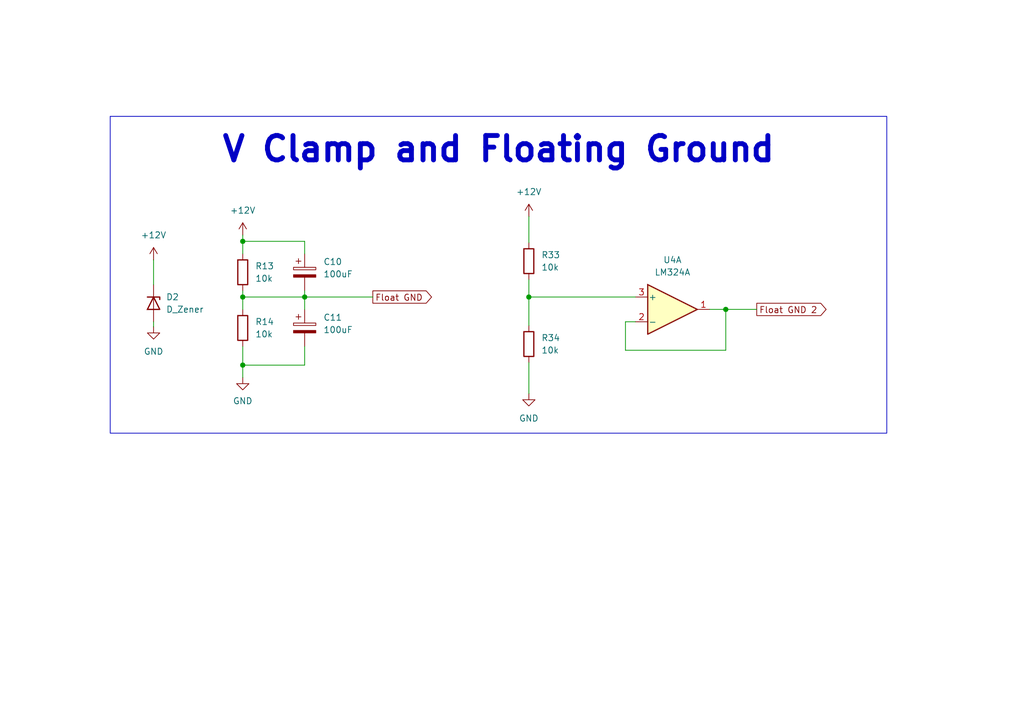
<source format=kicad_sch>
(kicad_sch (version 20231120) (generator "eeschema") (generator_version "8.0")
  (paper "A5")
  (title_block (title "Floating Ground") (rev "V1.0") (company "MyoGen Solutions") (comment 1 "Designed By Eng. Ndambia M."))
  (lib_symbols
    (symbol "Amplifier_Operational:LM324A" (pin_names (offset 0.127))
      (property "Reference" "U" (at 0 5.08 0))
      (property "Value" "LM324A" (at 0 -5.08 0))
      (symbol "LM324A_1_1"
        (polyline (pts (xy -5.08 5.08) (xy 5.08 0) (xy -5.08 -5.08) (xy -5.08 5.08)) (stroke (width 0.254)) (fill (type background)))
        (pin output line (at 7.62 0 180) (length 2.54) (name "~") (number "1"))
        (pin input line (at -7.62 -2.54 0) (length 2.54) (name "-") (number "2"))
        (pin input line (at -7.62 2.54 0) (length 2.54) (name "+") (number "3"))
      )
      (symbol "LM324A_2_1"
        (polyline (pts (xy -5.08 5.08) (xy 5.08 0) (xy -5.08 -5.08) (xy -5.08 5.08)) (stroke (width 0.254)) (fill (type background)))
        (pin input line (at -7.62 2.54 0) (length 2.54) (name "+") (number "5"))
        (pin input line (at -7.62 -2.54 0) (length 2.54) (name "-") (number "6"))
        (pin output line (at 7.62 0 180) (length 2.54) (name "~") (number "7"))
      )
      (symbol "LM324A_3_1"
        (polyline (pts (xy -5.08 5.08) (xy 5.08 0) (xy -5.08 -5.08) (xy -5.08 5.08)) (stroke (width 0.254)) (fill (type background)))
        (pin input line (at -7.62 2.54 0) (length 2.54) (name "+") (number "10"))
        (pin output line (at 7.62 0 180) (length 2.54) (name "~") (number "8"))
        (pin input line (at -7.62 -2.54 0) (length 2.54) (name "-") (number "9"))
      )
      (symbol "LM324A_4_1"
        (polyline (pts (xy -5.08 5.08) (xy 5.08 0) (xy -5.08 -5.08) (xy -5.08 5.08)) (stroke (width 0.254)) (fill (type background)))
        (pin input line (at -7.62 2.54 0) (length 2.54) (name "+") (number "12"))
        (pin input line (at -7.62 -2.54 0) (length 2.54) (name "-") (number "13"))
        (pin output line (at 7.62 0 180) (length 2.54) (name "~") (number "14"))
      )
      (symbol "LM324A_5_1"
        (pin power_in line (at -2.54 -7.62 90) (length 3.81) (name "V-") (number "11"))
        (pin power_in line (at -2.54 7.62 270) (length 3.81) (name "V+") (number "4"))
      )
    )
    (symbol "Device:C_Polarized" (pin_numbers hide) (pin_names (offset 0.254))
      (property "Reference" "C" (at 0.635 2.54 0))
      (property "Value" "C_Polarized" (at 0.635 -2.54 0))
      (symbol "C_Polarized_0_1"
        (rectangle (start -2.286 0.508) (end 2.286 1.016))
        (polyline (pts (xy -1.778 2.286) (xy -0.762 2.286)))
        (polyline (pts (xy -1.27 2.794) (xy -1.27 1.778)))
        (rectangle (start 2.286 -0.508) (end -2.286 -1.016) (fill (type outline)))
      )
      (symbol "C_Polarized_1_1"
        (pin passive line (at 0 3.81 270) (length 2.794) (name "~") (number "1"))
        (pin passive line (at 0 -3.81 90) (length 2.794) (name "~") (number "2"))
      )
    )
    (symbol "Device:D_Zener" (pin_numbers hide) (pin_names (offset 1.016) hide)
      (property "Reference" "D" (at 0 2.54 0))
      (property "Value" "D_Zener" (at 0 -2.54 0))
      (symbol "D_Zener_0_1"
        (polyline (pts (xy 1.27 0) (xy -1.27 0)))
        (polyline (pts (xy -1.27 -1.27) (xy -1.27 1.27) (xy -0.762 1.27)) (stroke (width 0.254)))
        (polyline (pts (xy 1.27 -1.27) (xy 1.27 1.27) (xy -1.27 0) (xy 1.27 -1.27)) (stroke (width 0.254)))
      )
      (symbol "D_Zener_1_1"
        (pin passive line (at -3.81 0 0) (length 2.54) (name "K") (number "1"))
        (pin passive line (at 3.81 0 180) (length 2.54) (name "A") (number "2"))
      )
    )
    (symbol "Device:R" (pin_numbers hide) (pin_names (offset 0))
      (property "Reference" "R" (at 2.032 0 90))
      (property "Value" "R" (at 0 0 90))
      (symbol "R_0_1"
        (rectangle (start -1.016 -2.54) (end 1.016 2.54) (stroke (width 0.254)))
      )
      (symbol "R_1_1"
        (pin passive line (at 0 3.81 270) (length 1.27) (name "~") (number "1"))
        (pin passive line (at 0 -3.81 90) (length 1.27) (name "~") (number "2"))
      )
    )
    (symbol "power:+12V" (power) (pin_numbers hide) (pin_names (offset 0) hide)
      (property "Value" "+12V" (at 0 3.556 0))
      (symbol "+12V_0_1"
        (polyline (pts (xy -0.762 1.27) (xy 0 2.54)))
        (polyline (pts (xy 0 0) (xy 0 2.54)))
        (polyline (pts (xy 0 2.54) (xy 0.762 1.27)))
      )
      (symbol "+12V_1_1"
        (pin power_in line (at 0 0 90) (length 0) (name "~") (number "1"))
      )
    )
    (symbol "power:GND" (power) (pin_numbers hide) (pin_names (offset 0) hide)
      (property "Value" "GND" (at 0 -3.81 0))
      (symbol "GND_0_1"
        (polyline (pts (xy 0 0) (xy 0 -1.27) (xy 1.27 -1.27) (xy 0 -2.54) (xy -1.27 -1.27) (xy 0 -1.27)))
      )
      (symbol "GND_1_1"
        (pin power_in line (at 0 0 270) (length 0) (name "~") (number "1"))
      )
    )
  )
  (junction (at 108.458 60.96))
  (junction (at 62.484 60.96))
  (junction (at 49.784 49.53))
  (junction (at 49.784 74.93))
  (junction (at 49.784 60.96))
  (junction (at 148.844 63.5))
  (wire (pts (xy 49.784 60.96) (xy 62.484 60.96)))
  (wire (pts (xy 49.784 74.93) (xy 49.784 77.47)))
  (wire (pts (xy 130.302 66.04) (xy 128.27 66.04)))
  (wire (pts (xy 128.27 71.882) (xy 148.844 71.882)))
  (wire (pts (xy 62.484 60.96) (xy 62.484 63.5)))
  (wire (pts (xy 108.458 60.96) (xy 108.458 66.802)))
  (wire (pts (xy 49.784 49.53) (xy 49.784 52.07)))
  (wire (pts (xy 49.784 59.69) (xy 49.784 60.96)))
  (wire (pts (xy 62.484 59.69) (xy 62.484 60.96)))
  (wire (pts (xy 148.844 63.5) (xy 148.844 71.882)))
  (wire (pts (xy 49.784 49.53) (xy 62.484 49.53)))
  (wire (pts (xy 148.844 63.5) (xy 145.542 63.5)))
  (wire (pts (xy 108.458 44.45) (xy 108.458 49.784)))
  (wire (pts (xy 130.302 60.96) (xy 108.458 60.96)))
  (wire (pts (xy 31.496 66.04) (xy 31.496 67.056)))
  (wire (pts (xy 108.458 57.404) (xy 108.458 60.96)))
  (wire (pts (xy 49.784 71.12) (xy 49.784 74.93)))
  (wire (pts (xy 49.784 60.96) (xy 49.784 63.5)))
  (wire (pts (xy 62.484 71.12) (xy 62.484 74.93)))
  (wire (pts (xy 62.484 60.96) (xy 76.454 60.96)))
  (wire (pts (xy 155.194 63.5) (xy 148.844 63.5)))
  (wire (pts (xy 49.784 48.26) (xy 49.784 49.53)))
  (wire (pts (xy 62.484 52.07) (xy 62.484 49.53)))
  (wire (pts (xy 31.496 53.34) (xy 31.496 58.42)))
  (wire (pts (xy 128.27 66.04) (xy 128.27 71.882)))
  (wire (pts (xy 108.458 74.422) (xy 108.458 80.772)))
  (wire (pts (xy 62.484 74.93) (xy 49.784 74.93)))
  (text_box "V Clamp and Floating Ground" (at 22.606 23.876 0) (size 159.258 65.024) (effects (font (size 5 5) (thickness 1) (bold yes)) (justify top)))
  (global_label "Float GND 2" (shape output) (at 155.194 63.5 0) (property "Intersheetrefs" "${INTERSHEET_REFS}" (effects (hide yes))))
  (global_label "Float GND" (shape output) (at 76.454 60.96 0) (property "Intersheetrefs" "${INTERSHEET_REFS}" (effects (hide yes))))
  (symbol (lib_id "power:+12V") (at 31.496 53.34 0) (unit 1)
    (property "Reference" "#PWR010" (effects (hide yes)))
    (property "Value" "+12V" (at 31.496 48.26 0))
    (property "Description" "Power symbol creates a global label with name \"+12V\"" (effects (hide yes)))
  )
  (symbol (lib_id "Device:R") (at 49.784 55.88 0) (unit 1)
    (property "Reference" "R13" (at 52.324 54.6099 0) (effects (justify left)))
    (property "Value" "10k" (at 52.324 57.1499 0) (effects (justify left)))
    (property "Footprint" "Resistor_SMD:R_0603_1608Metric_Pad0.98x0.95mm_HandSolder" (effects (hide yes)))
    (property "Description" "Resistor" (effects (hide yes)))
  )
  (symbol (lib_id "power:GND") (at 49.784 77.47 0) (unit 1)
    (property "Reference" "#PWR016" (effects (hide yes)))
    (property "Value" "GND" (at 49.784 82.296 0))
    (property "Description" "Power symbol creates a global label with name \"GND\" , ground" (effects (hide yes)))
  )
  (symbol (lib_id "Device:R") (at 108.458 53.594 0) (unit 1)
    (property "Reference" "R33" (at 110.998 52.3239 0) (effects (justify left)))
    (property "Value" "10k" (at 110.998 54.8639 0) (effects (justify left)))
    (property "Footprint" "Resistor_SMD:R_0603_1608Metric_Pad0.98x0.95mm_HandSolder" (effects (hide yes)))
    (property "Description" "Resistor" (effects (hide yes)))
  )
  (symbol (lib_id "power:GND") (at 31.496 67.056 0) (unit 1)
    (property "Reference" "#PWR011" (effects (hide yes)))
    (property "Value" "GND" (at 31.496 72.136 0))
    (property "Description" "Power symbol creates a global label with name \"GND\" , ground" (effects (hide yes)))
  )
  (symbol (lib_id "Device:R") (at 49.784 67.31 0) (unit 1)
    (property "Reference" "R14" (at 52.324 66.0399 0) (effects (justify left)))
    (property "Value" "10k" (at 52.324 68.5799 0) (effects (justify left)))
    (property "Footprint" "Resistor_SMD:R_0603_1608Metric_Pad0.98x0.95mm_HandSolder" (effects (hide yes)))
    (property "Description" "Resistor" (effects (hide yes)))
  )
  (symbol (lib_id "Device:C_Polarized") (at 62.484 67.31 0) (unit 1)
    (property "Reference" "C11" (at 66.294 65.1509 0) (effects (justify left)))
    (property "Value" "100uF" (at 66.294 67.6909 0) (effects (justify left)))
    (property "Footprint" "Capacitor_SMD:CP_Elec_3x5.4" (effects (hide yes)))
    (property "Description" "Polarized capacitor" (effects (hide yes)))
  )
  (symbol (lib_id "Device:R") (at 108.458 70.612 0) (unit 1)
    (property "Reference" "R34" (at 110.998 69.3419 0) (effects (justify left)))
    (property "Value" "10k" (at 110.998 71.8819 0) (effects (justify left)))
    (property "Footprint" "Resistor_SMD:R_0603_1608Metric_Pad0.98x0.95mm_HandSolder" (effects (hide yes)))
    (property "Description" "Resistor" (effects (hide yes)))
  )
  (symbol (lib_id "power:GND") (at 108.458 80.772 0) (unit 1)
    (property "Reference" "#PWR021" (effects (hide yes)))
    (property "Value" "GND" (at 108.458 85.852 0))
    (property "Description" "Power symbol creates a global label with name \"GND\" , ground" (effects (hide yes)))
  )
  (symbol (lib_id "Device:D_Zener") (at 31.496 62.23 270) (unit 1)
    (property "Reference" "D2" (at 34.036 60.9599 90) (effects (justify left)))
    (property "Value" "D_Zener" (at 34.036 63.4999 90) (effects (justify left)))
    (property "Description" "Zener diode" (effects (hide yes)))
  )
  (symbol (lib_id "power:+12V") (at 49.784 48.26 0) (unit 1)
    (property "Reference" "#PWR015" (effects (hide yes)))
    (property "Value" "+12V" (at 49.784 43.18 0))
    (property "Description" "Power symbol creates a global label with name \"+12V\"" (effects (hide yes)))
  )
  (symbol (lib_id "Amplifier_Operational:LM324A") (at 137.922 63.5 0) (unit 1)
    (property "Reference" "U4" (at 137.922 53.34 0))
    (property "Value" "LM324A" (at 137.922 55.88 0))
    (property "Datasheet" "http://www.ti.com/lit/ds/symlink/lm2902-n.pdf" (effects (hide yes)))
    (property "Description" "Low-Power, Quad-Operational Amplifiers, DIP-14/SOIC-14/SSOP-14" (effects (hide yes)))
  )
  (symbol (lib_id "power:+12V") (at 108.458 44.45 0) (unit 1)
    (property "Reference" "#PWR020" (effects (hide yes)))
    (property "Value" "+12V" (at 108.458 39.37 0))
    (property "Description" "Power symbol creates a global label with name \"+12V\"" (effects (hide yes)))
  )
  (symbol (lib_id "Device:C_Polarized") (at 62.484 55.88 0) (unit 1)
    (property "Reference" "C10" (at 66.294 53.7209 0) (effects (justify left)))
    (property "Value" "100uF" (at 66.294 56.2609 0) (effects (justify left)))
    (property "Footprint" "Capacitor_SMD:CP_Elec_3x5.4" (effects (hide yes)))
    (property "Description" "Polarized capacitor" (effects (hide yes)))
  )
)
</source>
